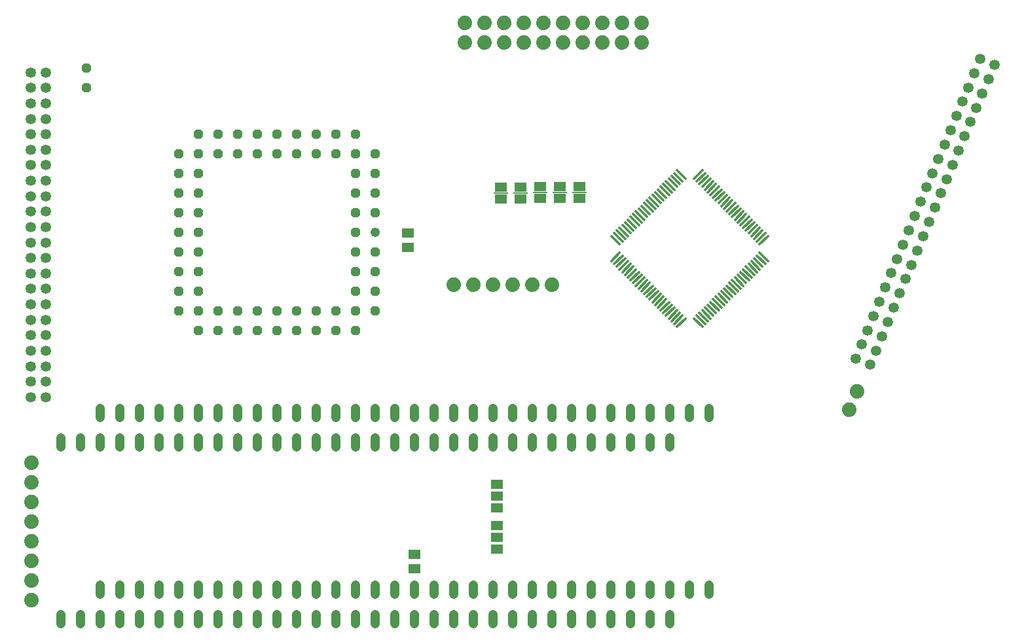
<source format=gts>
G04 EAGLE Gerber RS-274X export*
G75*
%MOMM*%
%FSLAX34Y34*%
%LPD*%
%INTop Solder Mask*%
%IPPOS*%
%AMOC8*
5,1,8,0,0,1.08239X$1,22.5*%
G01*
%ADD10C,1.350000*%
%ADD11C,1.219200*%
%ADD12P,1.319650X8X112.500000*%
%ADD13R,1.600200X1.168400*%
%ADD14R,1.828800X0.152400*%
%ADD15C,1.219200*%
%ADD16P,1.319650X8X292.500000*%
%ADD17R,1.500000X1.300000*%
%ADD18C,0.300000*%
%ADD19C,1.879600*%


D10*
X57244Y331782D03*
X37244Y331782D03*
X57244Y351782D03*
X37244Y351782D03*
X57244Y371782D03*
X37244Y371782D03*
X57244Y391782D03*
X37244Y391782D03*
X57244Y411782D03*
X37244Y411782D03*
X57244Y431782D03*
X37244Y431782D03*
X57244Y451782D03*
X37244Y451782D03*
X57244Y471782D03*
X37244Y471782D03*
X57244Y491782D03*
X37244Y491782D03*
X57244Y511782D03*
X37244Y511782D03*
X57244Y531782D03*
X37244Y531782D03*
X57244Y551782D03*
X37244Y551782D03*
X57244Y571782D03*
X37244Y571782D03*
X57244Y591782D03*
X37244Y591782D03*
X57244Y611782D03*
X37244Y611782D03*
X57244Y631782D03*
X37244Y631782D03*
X57244Y651782D03*
X37244Y651782D03*
X57244Y671782D03*
X37244Y671782D03*
X57244Y691782D03*
X37244Y691782D03*
X57244Y711782D03*
X37244Y711782D03*
X57244Y731782D03*
X37244Y731782D03*
X57244Y751782D03*
X37244Y751782D03*
D11*
X863600Y279146D02*
X863600Y266954D01*
X838200Y266954D02*
X838200Y279146D01*
X812800Y279146D02*
X812800Y266954D01*
X787400Y266954D02*
X787400Y279146D01*
X762000Y279146D02*
X762000Y266954D01*
X736600Y266954D02*
X736600Y279146D01*
X711200Y279146D02*
X711200Y266954D01*
X685800Y266954D02*
X685800Y279146D01*
X660400Y279146D02*
X660400Y266954D01*
X635000Y266954D02*
X635000Y279146D01*
X609600Y279146D02*
X609600Y266954D01*
X584200Y266954D02*
X584200Y279146D01*
X558800Y279146D02*
X558800Y266954D01*
X533400Y266954D02*
X533400Y279146D01*
X508000Y279146D02*
X508000Y266954D01*
X482600Y266954D02*
X482600Y279146D01*
X457200Y279146D02*
X457200Y266954D01*
X431800Y266954D02*
X431800Y279146D01*
X406400Y279146D02*
X406400Y266954D01*
X76200Y266954D02*
X76200Y279146D01*
X76200Y50546D02*
X76200Y38354D01*
X406400Y38354D02*
X406400Y50546D01*
X431800Y50546D02*
X431800Y38354D01*
X457200Y38354D02*
X457200Y50546D01*
X482600Y50546D02*
X482600Y38354D01*
X508000Y38354D02*
X508000Y50546D01*
X533400Y50546D02*
X533400Y38354D01*
X558800Y38354D02*
X558800Y50546D01*
X584200Y50546D02*
X584200Y38354D01*
X609600Y38354D02*
X609600Y50546D01*
X635000Y50546D02*
X635000Y38354D01*
X660400Y38354D02*
X660400Y50546D01*
X685800Y50546D02*
X685800Y38354D01*
X711200Y38354D02*
X711200Y50546D01*
X736600Y50546D02*
X736600Y38354D01*
X762000Y38354D02*
X762000Y50546D01*
X787400Y50546D02*
X787400Y38354D01*
X812800Y38354D02*
X812800Y50546D01*
X838200Y50546D02*
X838200Y38354D01*
X863600Y38354D02*
X863600Y50546D01*
X381000Y266954D02*
X381000Y279146D01*
X355600Y279146D02*
X355600Y266954D01*
X330200Y266954D02*
X330200Y279146D01*
X304800Y279146D02*
X304800Y266954D01*
X279400Y266954D02*
X279400Y279146D01*
X254000Y279146D02*
X254000Y266954D01*
X228600Y266954D02*
X228600Y279146D01*
X203200Y279146D02*
X203200Y266954D01*
X177800Y266954D02*
X177800Y279146D01*
X152400Y279146D02*
X152400Y266954D01*
X127000Y266954D02*
X127000Y279146D01*
X101600Y279146D02*
X101600Y266954D01*
X381000Y50546D02*
X381000Y38354D01*
X355600Y38354D02*
X355600Y50546D01*
X330200Y50546D02*
X330200Y38354D01*
X304800Y38354D02*
X304800Y50546D01*
X279400Y50546D02*
X279400Y38354D01*
X254000Y38354D02*
X254000Y50546D01*
X228600Y50546D02*
X228600Y38354D01*
X203200Y38354D02*
X203200Y50546D01*
X177800Y50546D02*
X177800Y38354D01*
X152400Y38354D02*
X152400Y50546D01*
X127000Y50546D02*
X127000Y38354D01*
X101600Y38354D02*
X101600Y50546D01*
D12*
X109728Y732028D03*
X109728Y757428D03*
D13*
X645650Y603666D03*
X645650Y588426D03*
D14*
X645650Y596046D03*
D13*
X671050Y603666D03*
X671050Y588426D03*
D14*
X671050Y596046D03*
D13*
X640080Y188722D03*
X640080Y203962D03*
X640080Y219202D03*
X640080Y134874D03*
X640080Y150114D03*
X640080Y165354D03*
D15*
X482664Y544576D03*
D16*
X457264Y544576D03*
X482664Y569976D03*
X457264Y569976D03*
X482664Y595376D03*
X457264Y595376D03*
X482664Y620776D03*
X457264Y620776D03*
X482664Y646176D03*
X457264Y671576D03*
X457264Y646176D03*
X431864Y671576D03*
X431864Y646176D03*
X406464Y671576D03*
X406464Y646176D03*
X381064Y671576D03*
X381064Y646176D03*
X355664Y671576D03*
X355664Y646176D03*
X330264Y671576D03*
X330264Y646176D03*
X304864Y671576D03*
X304864Y646176D03*
X279464Y671576D03*
X279464Y646176D03*
X254064Y671576D03*
X228664Y646176D03*
X254064Y646176D03*
X228664Y620776D03*
X254064Y620776D03*
X228664Y595376D03*
X254064Y595376D03*
X228664Y569976D03*
X254064Y569976D03*
X228664Y544576D03*
X254064Y544576D03*
X228664Y519176D03*
X254064Y519176D03*
X228664Y493776D03*
X254064Y493776D03*
X228664Y468376D03*
X254064Y468376D03*
X228664Y442976D03*
X254064Y417576D03*
X254064Y442976D03*
X279464Y417576D03*
X279464Y442976D03*
X304864Y417576D03*
X304864Y442976D03*
X330264Y417576D03*
X330264Y442976D03*
X355664Y417576D03*
X355664Y442976D03*
X381064Y417576D03*
X381064Y442976D03*
X406464Y417576D03*
X406464Y442976D03*
X431864Y417576D03*
X431864Y442976D03*
X457264Y417576D03*
X482664Y442976D03*
X457264Y442976D03*
X482664Y468376D03*
X457264Y468376D03*
X482664Y493776D03*
X457264Y493776D03*
X482664Y519176D03*
X457264Y519176D03*
D17*
X533400Y109626D03*
X533400Y128626D03*
X524764Y544424D03*
X524764Y525424D03*
D18*
X788392Y507739D02*
X798998Y518345D01*
X802534Y514809D02*
X791928Y504203D01*
X795463Y500668D02*
X806069Y511274D01*
X809605Y507738D02*
X798999Y497132D01*
X802534Y493597D02*
X813140Y504203D01*
X816676Y500667D02*
X806070Y490061D01*
X809605Y486526D02*
X820211Y497132D01*
X823747Y493596D02*
X813141Y482990D01*
X816676Y479455D02*
X827282Y490061D01*
X830818Y486525D02*
X820212Y475919D01*
X823747Y472384D02*
X834353Y482990D01*
X837889Y479454D02*
X827283Y468848D01*
X830818Y465312D02*
X841424Y475918D01*
X844960Y472383D02*
X834354Y461777D01*
X837890Y458241D02*
X848496Y468847D01*
X852031Y465312D02*
X841425Y454706D01*
X844961Y451170D02*
X855567Y461776D01*
X859102Y458241D02*
X848496Y447635D01*
X852032Y444099D02*
X862638Y454705D01*
X866173Y451170D02*
X855567Y440564D01*
X859103Y437028D02*
X869709Y447634D01*
X873244Y444099D02*
X862638Y433493D01*
X866174Y429957D02*
X876780Y440563D01*
X880315Y437028D02*
X869709Y426422D01*
X873245Y422886D02*
X883851Y433492D01*
X895165Y433492D02*
X905771Y422886D01*
X909307Y426422D02*
X898701Y437028D01*
X902236Y440563D02*
X912842Y429957D01*
X916378Y433493D02*
X905772Y444099D01*
X909307Y447634D02*
X919913Y437028D01*
X923449Y440564D02*
X912843Y451170D01*
X916378Y454705D02*
X926984Y444099D01*
X930520Y447635D02*
X919914Y458241D01*
X923449Y461776D02*
X934055Y451170D01*
X937591Y454706D02*
X926985Y465312D01*
X930520Y468847D02*
X941126Y458241D01*
X944662Y461777D02*
X934056Y472383D01*
X937592Y475918D02*
X948198Y465312D01*
X951733Y468848D02*
X941127Y479454D01*
X944663Y482990D02*
X955269Y472384D01*
X958804Y475919D02*
X948198Y486525D01*
X951734Y490061D02*
X962340Y479455D01*
X965875Y482990D02*
X955269Y493596D01*
X958805Y497132D02*
X969411Y486526D01*
X972946Y490061D02*
X962340Y500667D01*
X965876Y504203D02*
X976482Y493597D01*
X980017Y497132D02*
X969411Y507738D01*
X972947Y511274D02*
X983553Y500668D01*
X987088Y504203D02*
X976482Y514809D01*
X980018Y518345D02*
X990624Y507739D01*
X980018Y529659D02*
X990624Y540265D01*
X987088Y543801D02*
X976482Y533195D01*
X972947Y536730D02*
X983553Y547336D01*
X980017Y550872D02*
X969411Y540266D01*
X965876Y543801D02*
X976482Y554407D01*
X972946Y557943D02*
X962340Y547337D01*
X958805Y550872D02*
X969411Y561478D01*
X965875Y565014D02*
X955269Y554408D01*
X951734Y557943D02*
X962340Y568549D01*
X958804Y572085D02*
X948198Y561479D01*
X944663Y565014D02*
X955269Y575620D01*
X951733Y579156D02*
X941127Y568550D01*
X937592Y572086D02*
X948198Y582692D01*
X944662Y586227D02*
X934056Y575621D01*
X930520Y579157D02*
X941126Y589763D01*
X937591Y593298D02*
X926985Y582692D01*
X923449Y586228D02*
X934055Y596834D01*
X930520Y600369D02*
X919914Y589763D01*
X916378Y593299D02*
X926984Y603905D01*
X923449Y607440D02*
X912843Y596834D01*
X909307Y600370D02*
X919913Y610976D01*
X916378Y614511D02*
X905772Y603905D01*
X902236Y607441D02*
X912842Y618047D01*
X909307Y621582D02*
X898701Y610976D01*
X895165Y614512D02*
X905771Y625118D01*
X883851Y614512D02*
X873245Y625118D01*
X869709Y621582D02*
X880315Y610976D01*
X876780Y607441D02*
X866174Y618047D01*
X862638Y614511D02*
X873244Y603905D01*
X869709Y600370D02*
X859103Y610976D01*
X855567Y607440D02*
X866173Y596834D01*
X862638Y593299D02*
X852032Y603905D01*
X848496Y600369D02*
X859102Y589763D01*
X855567Y586228D02*
X844961Y596834D01*
X841425Y593298D02*
X852031Y582692D01*
X848496Y579157D02*
X837890Y589763D01*
X834354Y586227D02*
X844960Y575621D01*
X841424Y572086D02*
X830818Y582692D01*
X827283Y579156D02*
X837889Y568550D01*
X834353Y565014D02*
X823747Y575620D01*
X820212Y572085D02*
X830818Y561479D01*
X827282Y557943D02*
X816676Y568549D01*
X813141Y565014D02*
X823747Y554408D01*
X820211Y550872D02*
X809605Y561478D01*
X806070Y557943D02*
X816676Y547337D01*
X813140Y543801D02*
X802534Y554407D01*
X798999Y550872D02*
X809605Y540266D01*
X806069Y536730D02*
X795463Y547336D01*
X791928Y543801D02*
X802534Y533195D01*
X798998Y529659D02*
X788392Y540265D01*
D19*
X1105662Y338836D03*
X1095942Y315369D03*
D10*
X1264925Y769342D03*
X1283402Y761688D03*
X1257271Y750864D03*
X1275749Y743210D03*
X1249617Y732386D03*
X1268095Y724733D03*
X1241964Y713909D03*
X1260441Y706255D03*
X1234310Y695431D03*
X1252788Y687778D03*
X1226656Y676954D03*
X1245134Y669300D03*
X1219003Y658476D03*
X1237480Y650822D03*
X1211349Y639998D03*
X1229827Y632345D03*
X1203695Y621521D03*
X1222173Y613867D03*
X1196042Y603043D03*
X1214519Y595390D03*
X1188388Y584566D03*
X1206866Y576912D03*
X1180734Y566088D03*
X1199212Y558434D03*
X1173081Y547610D03*
X1191558Y539957D03*
X1165427Y529133D03*
X1183905Y521479D03*
X1157773Y510655D03*
X1176251Y503002D03*
X1150120Y492178D03*
X1168597Y484524D03*
X1142466Y473700D03*
X1160944Y466046D03*
X1134812Y455222D03*
X1153290Y447569D03*
X1127159Y436745D03*
X1145636Y429091D03*
X1119505Y418267D03*
X1137983Y410614D03*
X1111851Y399790D03*
X1130329Y392136D03*
X1104198Y381312D03*
X1122675Y373658D03*
D11*
X914400Y317246D02*
X914400Y305054D01*
X889000Y305054D02*
X889000Y317246D01*
X863600Y317246D02*
X863600Y305054D01*
X838200Y305054D02*
X838200Y317246D01*
X812800Y317246D02*
X812800Y305054D01*
X787400Y305054D02*
X787400Y317246D01*
X762000Y317246D02*
X762000Y305054D01*
X736600Y305054D02*
X736600Y317246D01*
X711200Y317246D02*
X711200Y305054D01*
X685800Y305054D02*
X685800Y317246D01*
X660400Y317246D02*
X660400Y305054D01*
X635000Y305054D02*
X635000Y317246D01*
X609600Y317246D02*
X609600Y305054D01*
X584200Y305054D02*
X584200Y317246D01*
X558800Y317246D02*
X558800Y305054D01*
X533400Y305054D02*
X533400Y317246D01*
X508000Y317246D02*
X508000Y305054D01*
X482600Y305054D02*
X482600Y317246D01*
X457200Y317246D02*
X457200Y305054D01*
X127000Y305054D02*
X127000Y317246D01*
X127000Y88646D02*
X127000Y76454D01*
X457200Y76454D02*
X457200Y88646D01*
X482600Y88646D02*
X482600Y76454D01*
X508000Y76454D02*
X508000Y88646D01*
X533400Y88646D02*
X533400Y76454D01*
X558800Y76454D02*
X558800Y88646D01*
X584200Y88646D02*
X584200Y76454D01*
X609600Y76454D02*
X609600Y88646D01*
X635000Y88646D02*
X635000Y76454D01*
X660400Y76454D02*
X660400Y88646D01*
X685800Y88646D02*
X685800Y76454D01*
X711200Y76454D02*
X711200Y88646D01*
X736600Y88646D02*
X736600Y76454D01*
X762000Y76454D02*
X762000Y88646D01*
X787400Y88646D02*
X787400Y76454D01*
X812800Y76454D02*
X812800Y88646D01*
X838200Y88646D02*
X838200Y76454D01*
X863600Y76454D02*
X863600Y88646D01*
X889000Y88646D02*
X889000Y76454D01*
X914400Y76454D02*
X914400Y88646D01*
X431800Y305054D02*
X431800Y317246D01*
X406400Y317246D02*
X406400Y305054D01*
X381000Y305054D02*
X381000Y317246D01*
X355600Y317246D02*
X355600Y305054D01*
X330200Y305054D02*
X330200Y317246D01*
X304800Y317246D02*
X304800Y305054D01*
X279400Y305054D02*
X279400Y317246D01*
X254000Y317246D02*
X254000Y305054D01*
X228600Y305054D02*
X228600Y317246D01*
X203200Y317246D02*
X203200Y305054D01*
X177800Y305054D02*
X177800Y317246D01*
X152400Y317246D02*
X152400Y305054D01*
X431800Y88646D02*
X431800Y76454D01*
X406400Y76454D02*
X406400Y88646D01*
X381000Y88646D02*
X381000Y76454D01*
X355600Y76454D02*
X355600Y88646D01*
X330200Y88646D02*
X330200Y76454D01*
X304800Y76454D02*
X304800Y88646D01*
X279400Y88646D02*
X279400Y76454D01*
X254000Y76454D02*
X254000Y88646D01*
X228600Y88646D02*
X228600Y76454D01*
X203200Y76454D02*
X203200Y88646D01*
X177800Y88646D02*
X177800Y76454D01*
X152400Y76454D02*
X152400Y88646D01*
D19*
X584200Y477012D03*
X609600Y477012D03*
X635000Y477012D03*
X660400Y477012D03*
X685800Y477012D03*
X711200Y477012D03*
D13*
X696450Y603920D03*
X696450Y588680D03*
D14*
X696450Y596300D03*
D13*
X721850Y603920D03*
X721850Y588680D03*
D14*
X721850Y596300D03*
D13*
X747250Y603920D03*
X747250Y588680D03*
D14*
X747250Y596300D03*
D19*
X38608Y69088D03*
X38608Y94488D03*
X38608Y119888D03*
X38608Y145288D03*
X38608Y170688D03*
X38608Y196088D03*
X38608Y221488D03*
X38608Y246888D03*
X599186Y790702D03*
X599186Y816102D03*
X624586Y790702D03*
X624586Y816102D03*
X649986Y790702D03*
X649986Y816102D03*
X675386Y790702D03*
X675386Y816102D03*
X700786Y790702D03*
X700786Y816102D03*
X726186Y790702D03*
X726186Y816102D03*
X751586Y790702D03*
X751586Y816102D03*
X776986Y790702D03*
X776986Y816102D03*
X802386Y790702D03*
X802386Y816102D03*
X827786Y790702D03*
X827786Y816102D03*
M02*

</source>
